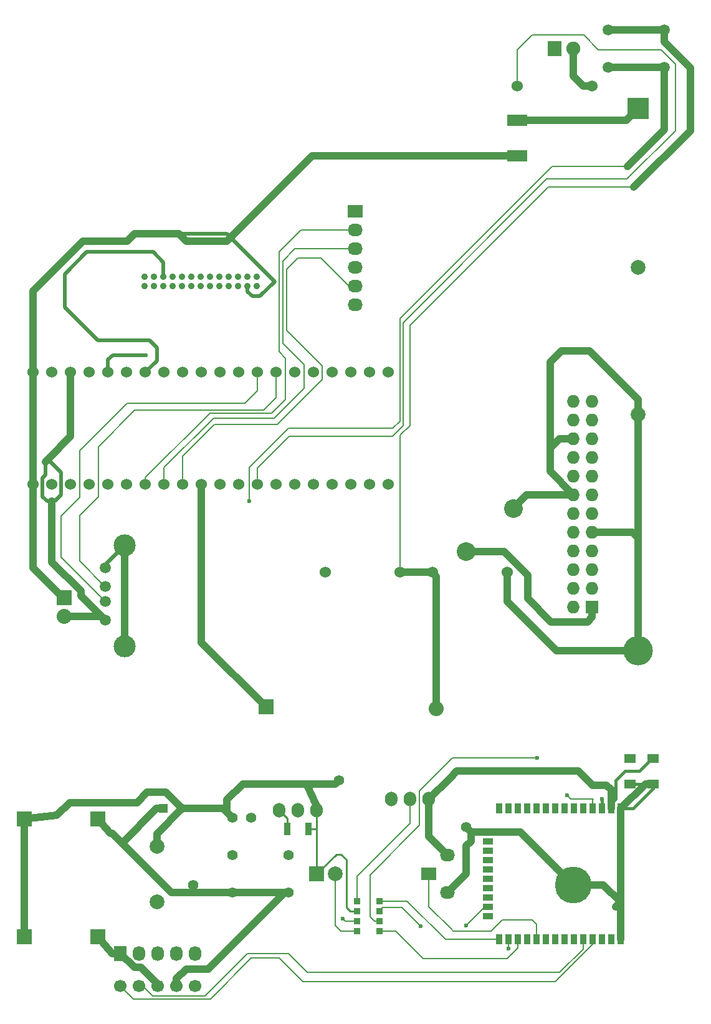
<source format=gbr>
G04 #@! TF.FileFunction,Copper,L1,Top,Signal*
%FSLAX46Y46*%
G04 Gerber Fmt 4.6, Leading zero omitted, Abs format (unit mm)*
G04 Created by KiCad (PCBNEW 4.0.2+dfsg1-stable) date 2017年07月19日 12時55分51秒*
%MOMM*%
G01*
G04 APERTURE LIST*
%ADD10C,0.100000*%
%ADD11R,3.000000X3.000000*%
%ADD12O,4.000000X4.000000*%
%ADD13C,2.000000*%
%ADD14R,1.900000X2.000000*%
%ADD15C,1.900000*%
%ADD16R,2.700020X1.501140*%
%ADD17C,1.501140*%
%ADD18C,2.999740*%
%ADD19R,2.032000X1.727200*%
%ADD20O,2.032000X1.727200*%
%ADD21C,1.524000*%
%ADD22C,1.500000*%
%ADD23R,2.032000X2.032000*%
%ADD24O,2.032000X2.032000*%
%ADD25C,0.900000*%
%ADD26R,1.727200X1.727200*%
%ADD27O,1.727200X1.727200*%
%ADD28R,1.600000X1.200000*%
%ADD29R,1.300000X1.300000*%
%ADD30C,1.300000*%
%ADD31R,2.000000X2.000000*%
%ADD32O,1.700000X2.000000*%
%ADD33R,1.727200X2.032000*%
%ADD34O,1.727200X2.032000*%
%ADD35C,1.700000*%
%ADD36R,0.900000X1.700000*%
%ADD37C,1.397000*%
%ADD38R,0.900000X0.900000*%
%ADD39R,0.900000X1.400000*%
%ADD40R,1.400000X0.900000*%
%ADD41C,5.000000*%
%ADD42C,2.540000*%
%ADD43C,1.399540*%
%ADD44C,0.600000*%
%ADD45C,1.016000*%
%ADD46C,0.508000*%
%ADD47C,0.254000*%
%ADD48C,0.381000*%
%ADD49C,0.203200*%
G04 APERTURE END LIST*
D10*
D11*
X176443600Y-49748800D03*
D12*
X176443600Y-123408800D03*
D13*
X176443600Y-91308800D03*
X176443600Y-71308800D03*
D14*
X165173600Y-41620800D03*
D15*
X167713600Y-41620800D03*
D16*
X160085600Y-51344500D03*
X160085600Y-56145100D03*
D17*
X104083480Y-112131940D03*
X104083480Y-114671940D03*
X104083480Y-116703940D03*
X104083480Y-119243940D03*
D18*
X106750480Y-109083940D03*
X106750480Y-122799940D03*
D19*
X138085600Y-63744800D03*
D20*
X138085600Y-66284800D03*
X138085600Y-68824800D03*
X138085600Y-71364800D03*
X138085600Y-73904800D03*
X138085600Y-76444800D03*
D21*
X160093600Y-46700800D03*
X170253600Y-46700800D03*
X134005600Y-112744800D03*
X144165600Y-112744800D03*
X148505600Y-112744800D03*
X158665600Y-112744800D03*
D22*
X179999600Y-39080800D03*
X179999600Y-44160800D03*
X172379600Y-39080800D03*
X172379600Y-44160800D03*
D23*
X125897600Y-131028800D03*
D24*
X149085600Y-131244800D03*
D25*
X109465600Y-73879800D03*
X109465600Y-72609800D03*
X110735600Y-73879800D03*
X110735600Y-72609800D03*
X112005600Y-73879800D03*
X112005600Y-72609800D03*
X113275600Y-73879800D03*
X113275600Y-72609800D03*
X114545600Y-73879800D03*
X114545600Y-72609800D03*
X115815600Y-73879800D03*
X115815600Y-72609800D03*
X117085600Y-73879800D03*
X117085600Y-72609800D03*
X118355600Y-73879800D03*
X118355600Y-72609800D03*
X119625600Y-73879800D03*
X119625600Y-72609800D03*
X120895600Y-73879800D03*
X120895600Y-72609800D03*
X122165600Y-73879800D03*
X122165600Y-72609800D03*
X123435600Y-73879800D03*
X123435600Y-72609800D03*
X124705600Y-73879800D03*
X124705600Y-72609800D03*
D21*
X142545600Y-85554800D03*
X140005600Y-85554800D03*
X137465600Y-85554800D03*
X134925600Y-85554800D03*
X132385600Y-85554800D03*
X129845600Y-85554800D03*
X127305600Y-85554800D03*
X124765600Y-85554800D03*
X122225600Y-85554800D03*
X119685600Y-85554800D03*
X117145600Y-85554800D03*
X114605600Y-85554800D03*
X112065600Y-85554800D03*
X109525600Y-85554800D03*
X106985600Y-85554800D03*
X104445600Y-85554800D03*
X101905600Y-85554800D03*
X99365600Y-85554800D03*
X96825600Y-85554800D03*
X94285600Y-85554800D03*
X94285600Y-100794800D03*
X96825600Y-100794800D03*
X99365600Y-100794800D03*
X101905600Y-100794800D03*
X104445600Y-100794800D03*
X106985600Y-100794800D03*
X109525600Y-100794800D03*
X112065600Y-100794800D03*
X114605600Y-100794800D03*
X117145600Y-100794800D03*
X119685600Y-100794800D03*
X122225600Y-100794800D03*
X124765600Y-100794800D03*
X127305600Y-100794800D03*
X129845600Y-100794800D03*
X132385600Y-100794800D03*
X134925600Y-100794800D03*
X137465600Y-100794800D03*
X140005600Y-100794800D03*
X142545600Y-100794800D03*
D23*
X98465600Y-116169800D03*
D24*
X98465600Y-118709800D03*
D26*
X170220600Y-117439800D03*
D27*
X167680600Y-117439800D03*
X170220600Y-114899800D03*
X167680600Y-114899800D03*
X170220600Y-112359800D03*
X167680600Y-112359800D03*
X170220600Y-109819800D03*
X167680600Y-109819800D03*
X170220600Y-107279800D03*
X167680600Y-107279800D03*
X170220600Y-104739800D03*
X167680600Y-104739800D03*
X170220600Y-102199800D03*
X167680600Y-102199800D03*
X170220600Y-99659800D03*
X167680600Y-99659800D03*
X170220600Y-97119800D03*
X167680600Y-97119800D03*
X170220600Y-94579800D03*
X167680600Y-94579800D03*
X170220600Y-92039800D03*
X167680600Y-92039800D03*
X170220600Y-89499800D03*
X167680600Y-89499800D03*
D28*
X175370600Y-138074800D03*
X175370600Y-141474800D03*
D29*
X111997600Y-144854800D03*
D30*
X114497600Y-144854800D03*
D28*
X178545600Y-138074800D03*
X178545600Y-141474800D03*
D31*
X132825600Y-153744800D03*
D13*
X135365600Y-153744800D03*
D32*
X148065600Y-143584800D03*
X145525600Y-143584800D03*
X142985600Y-143584800D03*
X132825600Y-145108800D03*
X130285600Y-145108800D03*
X127745600Y-145108800D03*
D33*
X106155600Y-164539800D03*
D34*
X108695600Y-164539800D03*
X111235600Y-164539800D03*
X113775600Y-164539800D03*
X116315600Y-164539800D03*
D35*
X116315600Y-168984800D03*
X111235600Y-168984800D03*
X113775600Y-168984800D03*
X108695600Y-168984800D03*
X106155600Y-168984800D03*
D19*
X148065600Y-153744800D03*
D20*
X150605600Y-151204800D03*
X150605600Y-156284800D03*
D36*
X131735600Y-147648800D03*
X128835600Y-147648800D03*
D37*
X121395600Y-146124800D03*
X123935600Y-146124800D03*
D38*
X141310600Y-161459800D03*
X141310600Y-157459800D03*
X141310600Y-160119800D03*
X141310600Y-158799800D03*
X138310600Y-160119800D03*
X138310600Y-161459800D03*
X138310600Y-157459800D03*
X138310600Y-158799800D03*
D13*
X111085600Y-157544640D03*
X111085600Y-149944960D03*
D37*
X129015600Y-151204800D03*
X129015600Y-156284800D03*
X121395600Y-151204800D03*
X121395600Y-156284800D03*
D31*
X103085600Y-146244800D03*
X93085600Y-146244800D03*
X93085600Y-162244800D03*
X103085600Y-162244800D03*
D39*
X174085600Y-144854800D03*
X172815600Y-144854800D03*
X171545600Y-144854800D03*
X170275600Y-144854800D03*
X169005600Y-144854800D03*
X167735600Y-144854800D03*
X166465600Y-144854800D03*
X165195600Y-144854800D03*
X163925600Y-144854800D03*
X162655600Y-144854800D03*
X161385600Y-144854800D03*
X160115600Y-144854800D03*
X158845600Y-144854800D03*
X157575600Y-144854800D03*
D40*
X156051600Y-148029800D03*
X156051600Y-149299800D03*
X156051600Y-150569800D03*
X156051600Y-151839800D03*
X156051600Y-153109800D03*
X156051600Y-154379800D03*
X156051600Y-155649800D03*
X156051600Y-156919800D03*
X156051600Y-158189800D03*
X156051600Y-159459800D03*
D39*
X157575600Y-162634800D03*
X158845600Y-162634800D03*
X160115600Y-162634800D03*
X161385600Y-162634800D03*
X162655600Y-162634800D03*
X163925600Y-162634800D03*
X165195600Y-162634800D03*
X166465600Y-162634800D03*
X167735600Y-162634800D03*
X169005600Y-162634800D03*
X170275600Y-162634800D03*
X171545600Y-162634800D03*
X172815600Y-162634800D03*
X174085600Y-162634800D03*
D41*
X167685600Y-155214800D03*
D42*
X159552600Y-104104800D03*
D43*
X135873600Y-141044800D03*
X153145600Y-147394800D03*
D42*
X153075600Y-109946800D03*
D44*
X136381600Y-159840800D03*
D43*
X116061600Y-155268800D03*
D44*
X123611600Y-103088800D03*
X109585600Y-83244800D03*
X162734100Y-137996800D03*
X171560600Y-143584800D03*
X175370600Y-138074800D03*
X166861600Y-143076800D03*
X146922600Y-160856800D03*
X153145600Y-160729800D03*
X158860600Y-163904800D03*
D45*
X167680600Y-102199800D02*
X161330600Y-102199800D01*
X159552600Y-103977800D02*
X159552600Y-104104800D01*
X161330600Y-102199800D02*
X159552600Y-103977800D01*
X176443600Y-91308800D02*
X176443600Y-89245800D01*
X164505600Y-84165800D02*
X164505600Y-96484800D01*
X166029600Y-82641800D02*
X164505600Y-84165800D01*
X169839600Y-82641800D02*
X166029600Y-82641800D01*
X176443600Y-89245800D02*
X169839600Y-82641800D01*
X167680600Y-94579800D02*
X165775600Y-94579800D01*
X165775600Y-94579800D02*
X164505600Y-95849800D01*
X164505600Y-95849800D02*
X164505600Y-96484800D01*
X164505600Y-99024800D02*
X167680600Y-102199800D01*
X164505600Y-96484800D02*
X164505600Y-99024800D01*
X170220600Y-107279800D02*
X175681600Y-107279800D01*
X175681600Y-107279800D02*
X176443600Y-108041800D01*
X176443600Y-123408800D02*
X165394600Y-123408800D01*
X158665600Y-116679800D02*
X158665600Y-112744800D01*
X165394600Y-123408800D02*
X158665600Y-116679800D01*
X106750480Y-122799940D02*
X106750480Y-109083940D01*
D46*
X104083480Y-112131940D02*
X104083480Y-111750940D01*
X104083480Y-111750940D02*
X106750480Y-109083940D01*
D45*
X176443600Y-123408800D02*
X176443600Y-108041800D01*
X176443600Y-108041800D02*
X176443600Y-91308800D01*
D47*
X131735600Y-147648800D02*
X132825600Y-147648800D01*
X131735600Y-147648800D02*
X131735600Y-147066800D01*
D45*
X135365600Y-141552800D02*
X131428600Y-141552800D01*
X135873600Y-141044800D02*
X135365600Y-141552800D01*
X156051600Y-148029800D02*
X160500600Y-148029800D01*
X160500600Y-148029800D02*
X167685600Y-155214800D01*
X156051600Y-148029800D02*
X153780600Y-148029800D01*
D47*
X132825600Y-153744800D02*
X132825600Y-149172800D01*
X132825600Y-149172800D02*
X132825600Y-147648800D01*
X132825600Y-147648800D02*
X132825600Y-145108800D01*
X138310600Y-158799800D02*
X137372600Y-158799800D01*
X135492600Y-151077800D02*
X132825600Y-153744800D01*
X136127600Y-151077800D02*
X135492600Y-151077800D01*
X136826100Y-151776300D02*
X136127600Y-151077800D01*
X136826100Y-158253300D02*
X136826100Y-151776300D01*
X137372600Y-158799800D02*
X136826100Y-158253300D01*
D45*
X132825600Y-145108800D02*
X132825600Y-144473800D01*
X132825600Y-144473800D02*
X131428600Y-141552800D01*
X131428600Y-141552800D02*
X131365100Y-141489300D01*
X131365100Y-141489300D02*
X122792600Y-141489300D01*
X122792600Y-141489300D02*
X120633600Y-143648300D01*
X120633600Y-143648300D02*
X120633600Y-145362800D01*
X114497600Y-144854800D02*
X120125600Y-144854800D01*
X120125600Y-144854800D02*
X120633600Y-145362800D01*
X120633600Y-145362800D02*
X121395600Y-146124800D01*
X111085600Y-149944960D02*
X111085600Y-148266800D01*
X111085600Y-148266800D02*
X114497600Y-144854800D01*
X93085600Y-146244800D02*
X97518600Y-145744800D01*
X112275100Y-142632300D02*
X114497600Y-144854800D01*
X109775100Y-142632300D02*
X112275100Y-142632300D01*
X108378100Y-144029300D02*
X109775100Y-142632300D01*
X99234100Y-144029300D02*
X108378100Y-144029300D01*
X97518600Y-145744800D02*
X99234100Y-144029300D01*
X93085600Y-146244800D02*
X93085600Y-162244800D01*
X150605600Y-156284800D02*
X153145600Y-153744800D01*
X153145600Y-153744800D02*
X153145600Y-149934800D01*
X153145600Y-149934800D02*
X153780600Y-149299800D01*
X153780600Y-149299800D02*
X153780600Y-148029800D01*
X153780600Y-148029800D02*
X153145600Y-147394800D01*
X178545600Y-141474800D02*
X177465600Y-141474800D01*
X177465600Y-141474800D02*
X174085600Y-144854800D01*
X174085600Y-144854800D02*
X174085600Y-157569800D01*
X174085600Y-157569800D02*
X173465600Y-158189800D01*
X174085600Y-162634800D02*
X174085600Y-157539800D01*
X174085600Y-157539800D02*
X171760600Y-155214800D01*
X171760600Y-155214800D02*
X167685600Y-155214800D01*
D48*
X153145600Y-147394800D02*
X153780600Y-148029800D01*
X175370600Y-141474800D02*
X178545600Y-141474800D01*
X174085600Y-144854800D02*
X175800600Y-144854800D01*
X175800600Y-144854800D02*
X178545600Y-142109800D01*
D45*
X170220600Y-117439800D02*
X170220600Y-118836800D01*
X170220600Y-118836800D02*
X169585600Y-119471800D01*
X169585600Y-119471800D02*
X164632600Y-119471800D01*
X164632600Y-119471800D02*
X161457600Y-116296800D01*
X161457600Y-116296800D02*
X161457600Y-113121800D01*
X161457600Y-113121800D02*
X158282600Y-109946800D01*
X158282600Y-109946800D02*
X153075600Y-109946800D01*
X153075600Y-109946800D02*
X152948600Y-109819800D01*
X94285600Y-100794800D02*
X94285600Y-85554800D01*
X98465600Y-116169800D02*
X98338600Y-116169800D01*
X98338600Y-116169800D02*
X94285600Y-112116800D01*
X94285600Y-112116800D02*
X94285600Y-100794800D01*
X120585600Y-67744800D02*
X115085600Y-67744800D01*
X115085600Y-67744800D02*
X114085600Y-66744800D01*
X160085600Y-56145100D02*
X132185300Y-56145100D01*
X132185300Y-56145100D02*
X120585600Y-67744800D01*
D46*
X123435600Y-73879800D02*
X123435600Y-74594800D01*
X123435600Y-74594800D02*
X124085600Y-75244800D01*
X124085600Y-75244800D02*
X125085600Y-75244800D01*
X125085600Y-75244800D02*
X127085600Y-73244800D01*
X127085600Y-73244800D02*
X120585600Y-66744800D01*
X120585600Y-66744800D02*
X114085600Y-66744800D01*
D45*
X114085600Y-66744800D02*
X108085600Y-66744800D01*
X94285600Y-74544800D02*
X94285600Y-80244800D01*
X94285600Y-80244800D02*
X94285600Y-85554800D01*
X101085600Y-67744800D02*
X94285600Y-74544800D01*
X107085600Y-67744800D02*
X101085600Y-67744800D01*
X108085600Y-66744800D02*
X107085600Y-67744800D01*
D46*
X94285600Y-85554800D02*
X94285600Y-92044800D01*
X94285600Y-92044800D02*
X94285600Y-100794800D01*
D49*
X136660600Y-160119800D02*
X138310600Y-160119800D01*
X136381600Y-159840800D02*
X136660600Y-160119800D01*
D45*
X116061600Y-155268800D02*
X116061600Y-156284800D01*
X111997600Y-144854800D02*
X111045100Y-144854800D01*
X111045100Y-144854800D02*
X106346100Y-149553800D01*
X121395600Y-156284800D02*
X116061600Y-156284800D01*
X116061600Y-156284800D02*
X113077100Y-156284800D01*
X113077100Y-156284800D02*
X106346100Y-149553800D01*
X104741100Y-148220300D02*
X103085600Y-146244800D01*
X105012600Y-148220300D02*
X104741100Y-148220300D01*
X106346100Y-149553800D02*
X105012600Y-148220300D01*
X121395600Y-156284800D02*
X129015600Y-156284800D01*
X113775600Y-168984800D02*
X113775600Y-167968800D01*
X118093600Y-166635300D02*
X128444100Y-156284800D01*
X115109100Y-166635300D02*
X118093600Y-166635300D01*
X113775600Y-167968800D02*
X115109100Y-166635300D01*
X128444100Y-156284800D02*
X129015600Y-156284800D01*
X148065600Y-143584800D02*
X148065600Y-148664800D01*
X148065600Y-148664800D02*
X150605600Y-151204800D01*
X172815600Y-144854800D02*
X172815600Y-142299800D01*
X151875600Y-139774800D02*
X150923100Y-140727300D01*
X150923100Y-140727300D02*
X148065600Y-143584800D01*
X168385600Y-139774800D02*
X151875600Y-139774800D01*
X170290600Y-141679800D02*
X168385600Y-139774800D01*
X172195600Y-141679800D02*
X170290600Y-141679800D01*
X172815600Y-142299800D02*
X172195600Y-141679800D01*
D48*
X178545600Y-138074800D02*
X178340600Y-138074800D01*
X178340600Y-138074800D02*
X176640600Y-139774800D01*
X176640600Y-139774800D02*
X174735600Y-139774800D01*
X174735600Y-139774800D02*
X173465600Y-141044800D01*
X173465600Y-141044800D02*
X173465600Y-143584800D01*
X173465600Y-143584800D02*
X172815600Y-144234800D01*
X172815600Y-144234800D02*
X172815600Y-144854800D01*
D45*
X160085600Y-51344500D02*
X174847900Y-51344500D01*
X174847900Y-51344500D02*
X176443600Y-49748800D01*
X170253600Y-46700800D02*
X169041600Y-46700800D01*
X167713600Y-45372800D02*
X167713600Y-41620800D01*
X169041600Y-46700800D02*
X167713600Y-45372800D01*
D49*
X138310600Y-161459800D02*
X136095600Y-161459800D01*
X136095600Y-161459800D02*
X135365600Y-160729800D01*
X135365600Y-160729800D02*
X135365600Y-153744800D01*
X174988100Y-59342300D02*
X164056100Y-59342300D01*
X144566600Y-92801800D02*
X143123600Y-94244800D01*
X144566600Y-78831800D02*
X144566600Y-92801800D01*
X164056100Y-59342300D02*
X144566600Y-78831800D01*
X124765600Y-100794800D02*
X124765600Y-98564800D01*
X124765600Y-98564800D02*
X129085600Y-94244800D01*
X129085600Y-94244800D02*
X143123600Y-94244800D01*
X160085600Y-41744800D02*
X160085600Y-46692800D01*
X162085600Y-39744800D02*
X160085600Y-41744800D01*
X169085600Y-39744800D02*
X162085600Y-39744800D01*
X171085600Y-41744800D02*
X169085600Y-39744800D01*
X179585600Y-41744800D02*
X171085600Y-41744800D01*
X181585600Y-43744800D02*
X179585600Y-41744800D01*
X181585600Y-52744800D02*
X181585600Y-43744800D01*
X174988100Y-59342300D02*
X181585600Y-52744800D01*
X160085600Y-46692800D02*
X160093600Y-46700800D01*
X144165600Y-112744800D02*
X144165600Y-94091800D01*
X164251600Y-60416800D02*
X175913600Y-60416800D01*
X145455600Y-79212800D02*
X164251600Y-60416800D01*
X145455600Y-92801800D02*
X145455600Y-79212800D01*
X144165600Y-94091800D02*
X145455600Y-92801800D01*
D45*
X179999600Y-39080800D02*
X179999600Y-40658800D01*
X179999600Y-40658800D02*
X183585600Y-44244800D01*
X183585600Y-44244800D02*
X183585600Y-52744800D01*
X183585600Y-52744800D02*
X175913600Y-60416800D01*
X179999600Y-39080800D02*
X172379600Y-39080800D01*
X144165600Y-112744800D02*
X148505600Y-112744800D01*
X148505600Y-112744800D02*
X149085600Y-113324800D01*
X149085600Y-113324800D02*
X149085600Y-131244800D01*
D49*
X144111100Y-92219300D02*
X144111100Y-78271300D01*
X164759600Y-57622800D02*
X175035600Y-57622800D01*
X144111100Y-78271300D02*
X164759600Y-57622800D01*
X143147600Y-93182800D02*
X144111100Y-92219300D01*
X128945600Y-93182800D02*
X143147600Y-93182800D01*
X123611600Y-98516800D02*
X128945600Y-93182800D01*
X123611600Y-103088800D02*
X123611600Y-98516800D01*
D45*
X179999600Y-44160800D02*
X179999600Y-52658800D01*
X179999600Y-52658800D02*
X175035600Y-57622800D01*
X172379600Y-44160800D02*
X179999600Y-44160800D01*
D49*
X103136100Y-95694300D02*
X103136100Y-102482300D01*
X103136100Y-102482300D02*
X100585600Y-105032800D01*
X104083480Y-114671940D02*
X104012740Y-114671940D01*
X104012740Y-114671940D02*
X100585600Y-111244800D01*
X100585600Y-111244800D02*
X100585600Y-105032800D01*
X103136100Y-95694300D02*
X108085600Y-90744800D01*
X108085600Y-90744800D02*
X125585600Y-90744800D01*
X125585600Y-90744800D02*
X127305600Y-89024800D01*
X127305600Y-89024800D02*
X127305600Y-85554800D01*
X100612100Y-96218300D02*
X100612100Y-102593300D01*
X100612100Y-102593300D02*
X98085600Y-105119800D01*
X124765600Y-85554800D02*
X124765600Y-88064800D01*
X98085600Y-110706060D02*
X104083480Y-116703940D01*
X98085600Y-105119800D02*
X98085600Y-110706060D01*
X107085600Y-89744800D02*
X100612100Y-96218300D01*
X123085600Y-89744800D02*
X107085600Y-89744800D01*
X124765600Y-88064800D02*
X123085600Y-89744800D01*
X127739100Y-73561300D02*
X127739100Y-69243300D01*
X130697600Y-66284800D02*
X135015600Y-66284800D01*
X127739100Y-69243300D02*
X130697600Y-66284800D01*
X109525600Y-100794800D02*
X109525600Y-99902800D01*
X135015600Y-66284800D02*
X138085600Y-66284800D01*
X127675600Y-73624800D02*
X127739100Y-73561300D01*
X127675600Y-82768800D02*
X127675600Y-73624800D01*
X128564600Y-83657800D02*
X127675600Y-82768800D01*
X128564600Y-89245800D02*
X128564600Y-83657800D01*
X126659600Y-91150800D02*
X128564600Y-89245800D01*
X118277600Y-91150800D02*
X126659600Y-91150800D01*
X109525600Y-99902800D02*
X118277600Y-91150800D01*
X138085600Y-68824800D02*
X129808600Y-68824800D01*
X112065600Y-98505800D02*
X112065600Y-100794800D01*
X118785600Y-91785800D02*
X112065600Y-98505800D01*
X127040600Y-91785800D02*
X118785600Y-91785800D01*
X131104600Y-87721800D02*
X127040600Y-91785800D01*
X131104600Y-84546800D02*
X131104600Y-87721800D01*
X128183600Y-81625800D02*
X131104600Y-84546800D01*
X128183600Y-70449800D02*
X128183600Y-81625800D01*
X129808600Y-68824800D02*
X128183600Y-70449800D01*
X114605600Y-100794800D02*
X114605600Y-96981800D01*
X133390600Y-70068800D02*
X137226600Y-73904800D01*
X130215600Y-70068800D02*
X133390600Y-70068800D01*
X128691600Y-71592800D02*
X130215600Y-70068800D01*
X128691600Y-79847800D02*
X128691600Y-71592800D01*
X133517600Y-84673800D02*
X128691600Y-79847800D01*
X133517600Y-86578800D02*
X133517600Y-84673800D01*
X127421600Y-92674800D02*
X133517600Y-86578800D01*
X118912600Y-92674800D02*
X127421600Y-92674800D01*
X114605600Y-96981800D02*
X118912600Y-92674800D01*
X137226600Y-73904800D02*
X138085600Y-73904800D01*
D45*
X117145600Y-100794800D02*
X117145600Y-122276800D01*
X117145600Y-122276800D02*
X125897600Y-131028800D01*
D46*
X112005600Y-72609800D02*
X112005600Y-70664800D01*
X111085600Y-83994800D02*
X109525600Y-85554800D01*
X111085600Y-82244800D02*
X111085600Y-83994800D01*
X110085600Y-81244800D02*
X111085600Y-82244800D01*
X103085600Y-81244800D02*
X110085600Y-81244800D01*
X98585600Y-76744800D02*
X103085600Y-81244800D01*
X98585600Y-72244800D02*
X98585600Y-76744800D01*
X101585600Y-69244800D02*
X98585600Y-72244800D01*
X110585600Y-69244800D02*
X101585600Y-69244800D01*
X112005600Y-70664800D02*
X110585600Y-69244800D01*
X104445600Y-83884800D02*
X104445600Y-85554800D01*
X105085600Y-83244800D02*
X104445600Y-83884800D01*
X109585600Y-83244800D02*
X105085600Y-83244800D01*
D45*
X98465600Y-118709800D02*
X103549340Y-118709800D01*
X103549340Y-118709800D02*
X104083480Y-119243940D01*
X96814600Y-103088800D02*
X96814600Y-111343800D01*
X100751600Y-115912060D02*
X104083480Y-119243940D01*
X100751600Y-115280800D02*
X100751600Y-115912060D01*
X96814600Y-111343800D02*
X100751600Y-115280800D01*
D46*
X95925600Y-97754800D02*
X95925600Y-99532800D01*
D45*
X96306600Y-97373800D02*
X95925600Y-97754800D01*
X99365600Y-94314800D02*
X96306600Y-97373800D01*
X99365600Y-85554800D02*
X99365600Y-94314800D01*
D46*
X98084600Y-99151800D02*
X96306600Y-97373800D01*
X98084600Y-102199800D02*
X98084600Y-99151800D01*
X97195600Y-103088800D02*
X98084600Y-102199800D01*
X96179600Y-103088800D02*
X96814600Y-103088800D01*
X96814600Y-103088800D02*
X97195600Y-103088800D01*
X95544600Y-102453800D02*
X96179600Y-103088800D01*
X95544600Y-99913800D02*
X95544600Y-102453800D01*
X95925600Y-99532800D02*
X95544600Y-99913800D01*
X104083480Y-119243940D02*
X104083480Y-119242680D01*
D49*
X145525600Y-143584800D02*
X145525600Y-146823300D01*
X138310600Y-154038300D02*
X138310600Y-157459800D01*
X145525600Y-146823300D02*
X138310600Y-154038300D01*
X141310600Y-160119800D02*
X140661100Y-160119800D01*
X151240600Y-137996800D02*
X162734100Y-137996800D01*
X146795600Y-142441800D02*
X151240600Y-137996800D01*
X146795600Y-147140800D02*
X146795600Y-142441800D01*
X140064600Y-153871800D02*
X146795600Y-147140800D01*
X140064600Y-159523300D02*
X140064600Y-153871800D01*
X140661100Y-160119800D02*
X140064600Y-159523300D01*
D48*
X171545600Y-144854800D02*
X171545600Y-143599800D01*
X171545600Y-143599800D02*
X171560600Y-143584800D01*
D49*
X170275600Y-143726800D02*
X170275600Y-144854800D01*
X170417600Y-143584800D02*
X170275600Y-143726800D01*
X167369600Y-143584800D02*
X170417600Y-143584800D01*
X166861600Y-143076800D02*
X167369600Y-143584800D01*
D47*
X128835600Y-147648800D02*
X128835600Y-146198800D01*
X128835600Y-146198800D02*
X127745600Y-145108800D01*
D45*
X106155600Y-164539800D02*
X105060600Y-164539800D01*
X105060600Y-164539800D02*
X103085600Y-162244800D01*
X111235600Y-168984800D02*
X111235600Y-168730800D01*
X111235600Y-168730800D02*
X108949600Y-166444800D01*
X108949600Y-166444800D02*
X108060600Y-166444800D01*
X108060600Y-166444800D02*
X106155600Y-164539800D01*
D49*
X162655600Y-162634800D02*
X162655600Y-160524300D01*
X151367600Y-161491800D02*
X151240600Y-161364800D01*
X156511100Y-161491800D02*
X151367600Y-161491800D01*
X158035100Y-159967800D02*
X156511100Y-161491800D01*
X162099100Y-159967800D02*
X158035100Y-159967800D01*
X162655600Y-160524300D02*
X162099100Y-159967800D01*
X148065600Y-153744800D02*
X148065600Y-158189800D01*
X148065600Y-158189800D02*
X151240600Y-161364800D01*
X160115600Y-162634800D02*
X160115600Y-163792800D01*
X143525100Y-161459800D02*
X141310600Y-161459800D01*
X147303600Y-165238300D02*
X143525100Y-161459800D01*
X158670100Y-165238300D02*
X147303600Y-165238300D01*
X160115600Y-163792800D02*
X158670100Y-165238300D01*
X156574600Y-162634800D02*
X150288100Y-162634800D01*
X145113100Y-157459800D02*
X141310600Y-157459800D01*
X150288100Y-162634800D02*
X145113100Y-157459800D01*
X157575600Y-162634800D02*
X156574600Y-162634800D01*
X108695600Y-168984800D02*
X109203600Y-168984800D01*
X109203600Y-168984800D02*
X110514898Y-170296098D01*
X123427600Y-164539800D02*
X123554600Y-164539800D01*
X117671302Y-170296098D02*
X123427600Y-164539800D01*
X110514898Y-170296098D02*
X117671302Y-170296098D01*
X169005600Y-163919800D02*
X169005600Y-162634800D01*
X165845600Y-167079800D02*
X169005600Y-163919800D01*
X131555600Y-167079800D02*
X165845600Y-167079800D01*
X129015600Y-164539800D02*
X131555600Y-167079800D01*
X123554600Y-164539800D02*
X129015600Y-164539800D01*
X170275600Y-162634800D02*
X170275600Y-163284800D01*
X170275600Y-163284800D02*
X165210600Y-168349800D01*
X165210600Y-168349800D02*
X130920600Y-168349800D01*
X130920600Y-168349800D02*
X127745600Y-165174800D01*
X127745600Y-165174800D02*
X123935600Y-165174800D01*
X123935600Y-165174800D02*
X118411100Y-170699300D01*
X118411100Y-170699300D02*
X107870100Y-170699300D01*
X107870100Y-170699300D02*
X106155600Y-168984800D01*
X141793600Y-158316800D02*
X141310600Y-158799800D01*
X144382600Y-158316800D02*
X141793600Y-158316800D01*
X146922600Y-160856800D02*
X144382600Y-158316800D01*
X156051600Y-158189800D02*
X155685600Y-158189800D01*
X155685600Y-158189800D02*
X153145600Y-160729800D01*
X158845600Y-163889800D02*
X158845600Y-162634800D01*
X158860600Y-163904800D02*
X158845600Y-163889800D01*
M02*

</source>
